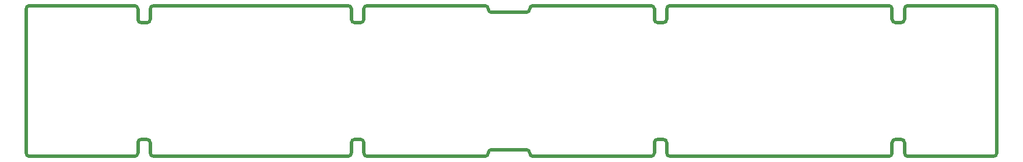
<source format=gbr>
%TF.GenerationSoftware,Altium Limited,Altium Designer,19.0.15 (446)*%
G04 Layer_Color=16711935*
%FSLAX45Y45*%
%MOMM*%
%TF.FileFunction,Keep-out,Top*%
%TF.Part,Single*%
G01*
G75*
%TA.AperFunction,NonConductor*%
%ADD109C,0.50000*%
D109*
X2679981Y1000813D02*
G03*
X2729981Y1050813I0J50000D01*
G01*
X2909971Y1200813D02*
G03*
X2859971Y1250813I-50000J0D01*
G01*
X5781221Y1000813D02*
G03*
X5831220Y1050813I0J50000D01*
G01*
X5881211Y1250813D02*
G03*
X5831211Y1200813I0J-50000D01*
G01*
X10281131Y1250813D02*
G03*
X10231131Y1200813I0J-50000D01*
G01*
X10361131Y2950913D02*
G03*
X10411031Y3000813I0J49900D01*
G01*
X2779971Y1250813D02*
G03*
X2729971Y1200813I0J-50000D01*
G01*
X2909971Y1050813D02*
G03*
X2959971Y1000813I50000J0D01*
G01*
X6011211Y1200813D02*
G03*
X5961211Y1250813I-50000J0D01*
G01*
X6011211Y1050813D02*
G03*
X6061211Y1000813I50000J0D01*
G01*
X10411131Y1200813D02*
G03*
X10361131Y1250813I-50000J0D01*
G01*
X10411131Y1050813D02*
G03*
X10461131Y1000813I50000J0D01*
G01*
X10181141D02*
G03*
X10231141Y1050813I0J50000D01*
G01*
X10231131Y3000813D02*
G03*
X10281031Y2950913I49900J0D01*
G01*
X10461131Y3200613D02*
G03*
X10411231Y3150713I0J-49900D01*
G01*
X10231031Y3150813D02*
G03*
X10181131Y3200713I-49900J0D01*
G01*
X1155975Y3200603D02*
G03*
X1106074Y3150703I0J-49900D01*
G01*
X1105975Y1050813D02*
G03*
X1155975Y1000813I50000J0D01*
G01*
X13634970D02*
G03*
X13684970Y1050813I0J50000D01*
G01*
X13864961D02*
G03*
X13914960Y1000813I50000J0D01*
G01*
X13864961Y1200813D02*
G03*
X13814961Y1250813I-50000J0D01*
G01*
X13734961D02*
G03*
X13684961Y1200813I0J-50000D01*
G01*
X13684871Y3150713D02*
G03*
X13634970Y3200613I-49900J0D01*
G01*
X13914970Y3200513D02*
G03*
X13865070Y3150613I0J-49900D01*
G01*
X13684970Y3000713D02*
G03*
X13734869Y2950813I49900J0D01*
G01*
X13814970D02*
G03*
X13864870Y3000713I0J49900D01*
G01*
X15204875Y3150713D02*
G03*
X15154974Y3200613I-49900J0D01*
G01*
X15155975Y1000813D02*
G03*
X15205975Y1050813I0J50000D01*
G01*
X2729971Y3149975D02*
G03*
X2679971Y3199975I-50000J0D01*
G01*
X2859971Y2949975D02*
G03*
X2909971Y2999975I0J50000D01*
G01*
X2729971D02*
G03*
X2779971Y2949975I50000J0D01*
G01*
X2959961Y3199975D02*
G03*
X2909961Y3149975I0J-50000D01*
G01*
X5831220Y3150713D02*
G03*
X5781221Y3200712I-50000J0D01*
G01*
X5961220Y2950713D02*
G03*
X6011220Y3000713I0J50000D01*
G01*
X5831220D02*
G03*
X5881220Y2950713I50000J0D01*
G01*
X6061211Y3200712D02*
G03*
X6011211Y3150713I0J-50000D01*
G01*
X8370875Y3100713D02*
G03*
X8420875Y3150713I0J50000D01*
G01*
X7819298D02*
G03*
X7869298Y3100713I50000J0D01*
G01*
X7819298Y3150713D02*
G03*
X7769298Y3200713I-50000J0D01*
G01*
X8470875D02*
G03*
X8420875Y3150713I0J-50000D01*
G01*
X7869298Y1100734D02*
G03*
X7819298Y1050734I0J-50000D01*
G01*
X8420875D02*
G03*
X8370875Y1100734I-50000J0D01*
G01*
X7769298Y1000735D02*
G03*
X7819298Y1050734I0J50000D01*
G01*
X8420875D02*
G03*
X8470875Y1000735I50000J0D01*
G01*
X2779971Y1250813D02*
X2859971D01*
X5881211D02*
X5961221D01*
X10281131Y2950813D02*
X10361131D01*
X10231131Y3000813D02*
Y3150813D01*
X10281131Y1250813D02*
X10361131D01*
X2729971Y1050813D02*
Y1200813D01*
X10411131Y3000813D02*
Y3150813D01*
Y1050813D02*
Y1200813D01*
X2909981Y1050813D02*
Y1199868D01*
X5831211Y1050813D02*
Y1200813D01*
X6011221Y1050813D02*
Y1200813D01*
X10231131Y1050813D02*
Y1200813D01*
X13684959Y1050813D02*
Y1200813D01*
X13864960Y1050813D02*
Y1200813D01*
X13734959Y1250813D02*
X13814960D01*
X13864970Y3000713D02*
Y3150713D01*
X13684970Y3000713D02*
Y3150713D01*
X13734970Y2950713D02*
X13814970D01*
X2729961Y3000919D02*
Y3149975D01*
X2909971Y2999975D02*
Y3149975D01*
X2779971Y2949975D02*
X2859971D01*
X5831211Y3001657D02*
Y3150713D01*
X6011221Y3000713D02*
Y3150713D01*
X5881220Y2950712D02*
X5961220D01*
X1155975Y3200603D02*
X2679971D01*
X1155975Y1000813D02*
X2679981D01*
X2959971D02*
X5781221D01*
X2959961Y3200712D02*
X5781221D01*
X10461131Y1000813D02*
X13634970D01*
X10461131Y3200613D02*
X13634970D01*
X13914970D02*
X15154974D01*
X13914960Y1000813D02*
X15155975D01*
X8470875Y3200712D02*
X10181131Y3200713D01*
X6061211Y3200712D02*
X7769298D01*
X7869298Y3100713D02*
X8370875D01*
X1106074Y1050913D02*
Y3150703D01*
X15204875Y3150713D02*
X15205975Y1050813D01*
X7869298Y1100734D02*
X8370875D01*
X8470875Y1000735D02*
X10181141D01*
X6061211Y1000813D02*
X7769220D01*
%TF.MD5,729fedf9da3ab4cb7e4aef8375e5a987*%
M02*

</source>
